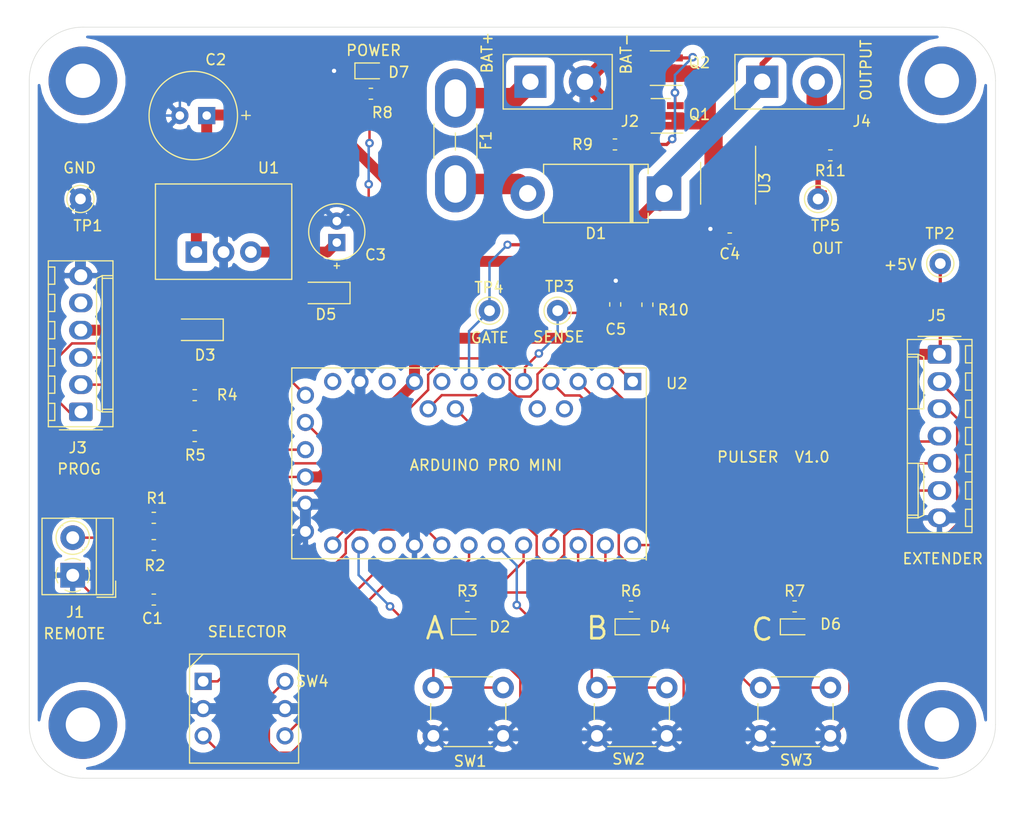
<source format=kicad_pcb>
(kicad_pcb (version 20171130) (host pcbnew "(5.1.6)-1")
  (layers (0 F.Cu signal) (31 B.Cu signal) (34 B.Paste user) (35 F.Paste user) (36 B.SilkS user) (37 F.SilkS user) (38 B.Mask user) (39 F.Mask user) (44 Edge.Cuts user))
  (net 0 "")
  (net 1 /GATE)
  (net 2 GND)
  (net 3 +5V)
  (net 4 "Net-(Q1-Pad1)")
  (net 5 "Net-(D3-Pad2)")
  (net 6 /SENSE)
  (net 7 "Net-(D2-Pad2)")
  (net 8 "Net-(D4-Pad2)")
  (net 9 "Net-(D6-Pad2)")
  (net 10 "Net-(D1-Pad2)")
  (net 11 "Net-(F1-Pad1)")
  (net 12 "Net-(D7-Pad2)")
  (net 13 /LED1)
  (net 14 /LED2)
  (net 15 /LED3)
  (net 16 /ROT2)
  (net 17 /ROT8)
  (net 18 /ROT4)
  (net 19 /ROT1)
  (net 20 /SW1)
  (net 21 /SW2)
  (net 22 /SW3)
  (net 23 /D13)
  (net 24 /D12)
  (net 25 /D11)
  (net 26 /A5)
  (net 27 /A4)
  (net 28 "Net-(C1-Pad2)")
  (net 29 "Net-(J3-Pad3)")
  (net 30 "Net-(J3-Pad2)")
  (net 31 "Net-(J3-Pad1)")
  (net 32 "Net-(R4-Pad1)")
  (net 33 "Net-(R5-Pad1)")
  (net 34 "Net-(R10-Pad2)")
  (net 35 /REMOTE)
  (net 36 "Net-(J4-Pad2)")
  (net 37 /+24V)
  (net 38 /REG_5V)
  (module pulsar:TerminalBlock_bornier-2_P5.08mm (layer F.Cu) (at 106.68 85.09)
    (fp_text reference J2 (at 9.271 3.683) (layer F.SilkS))
    (fp_text value Screw_Terminal_01x02)
    (pad 1 thru_hole rect (at 0 0) (size 3 3) (drill 1.52) (layers *.Cu *.Mask) (net 11 "Net-(F1-Pad1)"))
    (pad 2 thru_hole circle (at 5.08 0) (size 3 3) (drill 1.52) (layers *.Cu *.Mask) (net 2 GND))
  )
  (module pulsar:TerminalBlock_bornier-2_P5.08mm (layer F.Cu) (at 128.27 85.09)
    (fp_text reference J4 (at 9.271 3.683) (layer F.SilkS))
    (fp_text value Screw_Terminal_01x02)
    (pad 1 thru_hole rect (at 0 0) (size 3 3) (drill 1.52) (layers *.Cu *.Mask) (net 37 /+24V))
    (pad 2 thru_hole circle (at 5.08 0) (size 3 3) (drill 1.52) (layers *.Cu *.Mask) (net 36 "Net-(J4-Pad2)"))
  )
  (module Resistor_SMD:R_0603_1608Metric (layer F.Cu) (at 134.62 91.948 180)
    (fp_text reference R11 (at 0 -1.43) (layer F.SilkS))
    (fp_text value 5K)
    (pad 2 smd roundrect (at 0.7875 0 180) (size 0.875 0.95) (layers F.Cu F.Paste F.Mask) (net 37 /+24V))
    (pad 1 smd roundrect (at -0.7875 0 180) (size 0.875 0.95) (layers F.Cu F.Paste F.Mask) (net 36 "Net-(J4-Pad2)"))
  )
  (module Fuse:Fuse_Blade_Mini_directSolder (layer F.Cu) (at 99.695 86.615 270)
    (fp_text reference F1 (at 3.95 -2.85 90) (layer F.SilkS))
    (fp_text value 10A)
    (pad 2 thru_hole oval (at 8 0 270) (size 5.3 3.8) (drill oval 3.5 2) (layers *.Cu *.Mask) (net 10 "Net-(D1-Pad2)"))
    (pad 1 thru_hole oval (at 0 0 270) (size 5.5 3.8) (drill oval 3.5 2) (layers *.Cu *.Mask) (net 11 "Net-(F1-Pad1)"))
  )
  (module pulsar:CP_Radial_D5.0mm_P2.00mm (layer F.Cu) (at 88.646 100.076 90)
    (fp_text reference C3 (at -1.143 3.6068 180) (layer F.SilkS))
    (fp_text value "22u 10V")
    (pad 1 thru_hole rect (at 0 0 90) (size 1.6 1.6) (drill 0.8) (layers *.Cu *.Mask) (net 38 /REG_5V))
    (pad 2 thru_hole circle (at 2 0 90) (size 1.6 1.6) (drill 0.8) (layers *.Cu *.Mask) (net 2 GND))
  )
  (module pulsar:CP_Radial_D8.0mm_P2.50mm (layer F.Cu) (at 76.5302 88.2396 180)
    (fp_text reference C2 (at -0.8382 5.207) (layer F.SilkS))
    (fp_text value "10u 50V")
    (pad 1 thru_hole rect (at 0 0 180) (size 1.6 1.6) (drill 0.8) (layers *.Cu *.Mask) (net 37 /+24V))
    (pad 2 thru_hole circle (at 2.5 0 180) (size 1.6 1.6) (drill 0.8) (layers *.Cu *.Mask) (net 2 GND))
  )
  (module pulsar:MountingHole (layer F.Cu) (at 65 85)
    (fp_text reference H4 hide)
    (fp_text value MountingHole)
    (pad 1 thru_hole circle (at 0 0) (size 6.4 6.4) (drill 3.2) (layers *.Cu *.Mask))
  )
  (module pulsar:MountingHole (layer F.Cu) (at 145 85)
    (fp_text reference H3 hide)
    (fp_text value MountingHole)
    (pad 1 thru_hole circle (at 0 0) (size 6.4 6.4) (drill 3.2) (layers *.Cu *.Mask))
  )
  (module pulsar:MountingHole (layer F.Cu) (at 145 145)
    (fp_text reference H2 hide)
    (fp_text value MountingHole)
    (pad 1 thru_hole circle (at 0 0) (size 6.4 6.4) (drill 3.2) (layers *.Cu *.Mask))
  )
  (module pulsar:MountingHole (layer F.Cu) (at 65 145)
    (fp_text reference H1 hide)
    (fp_text value MountingHole)
    (pad 1 thru_hole circle (at 0 0) (size 6.4 6.4) (drill 3.2) (layers *.Cu *.Mask))
  )
  (module pulsar:ARDUINO_MINI_PRO (layer F.Cu) (at 116.205 113.03 270)
    (fp_text reference U2 (at 0.1778 -4.1148 180) (layer F.SilkS))
    (fp_text value ARDUINO_MINI_PRO)
    (pad 8B thru_hole oval (at 2.54 19.05 270) (size 1.6 1.6) (drill 1) (layers *.Cu *.Mask) (net 26 /A5))
    (pad 7B thru_hole oval (at 2.54 16.51 270) (size 1.6 1.6) (drill 1) (layers *.Cu *.Mask) (net 27 /A4))
    (pad 4B thru_hole oval (at 2.54 8.89 270) (size 1.6 1.6) (drill 1) (layers *.Cu *.Mask))
    (pad 3B thru_hole oval (at 2.54 6.35 270) (size 1.6 1.6) (drill 1) (layers *.Cu *.Mask))
    (pad 16 thru_hole oval (at 8.89 30.48 270) (size 1.6 1.6) (drill 1) (layers *.Cu *.Mask) (net 3 +5V))
    (pad 15 thru_hole oval (at 6.35 30.48 270) (size 1.6 1.6) (drill 1) (layers *.Cu *.Mask) (net 32 "Net-(R4-Pad1)"))
    (pad 30 thru_hole oval (at 15.24 0 270) (size 1.6 1.6) (drill 1) (layers *.Cu *.Mask) (net 15 /LED3))
    (pad 14 thru_hole oval (at 3.81 30.48 270) (size 1.6 1.6) (drill 1) (layers *.Cu *.Mask) (net 33 "Net-(R5-Pad1)"))
    (pad 29 thru_hole oval (at 15.24 2.54 270) (size 1.6 1.6) (drill 1) (layers *.Cu *.Mask) (net 14 /LED2))
    (pad 13 thru_hole oval (at 1.27 30.48 270) (size 1.6 1.6) (drill 1) (layers *.Cu *.Mask) (net 31 "Net-(J3-Pad1)"))
    (pad 28 thru_hole oval (at 15.24 5.08 270) (size 1.6 1.6) (drill 1) (layers *.Cu *.Mask) (net 13 /LED1))
    (pad 12 thru_hole oval (at 0 27.94 270) (size 1.6 1.6) (drill 1) (layers *.Cu *.Mask))
    (pad 27 thru_hole oval (at 15.24 7.62 270) (size 1.6 1.6) (drill 1) (layers *.Cu *.Mask) (net 22 /SW3))
    (pad 11 thru_hole oval (at 0 25.4 270) (size 1.6 1.6) (drill 1) (layers *.Cu *.Mask) (net 2 GND))
    (pad 26 thru_hole oval (at 15.24 10.16 270) (size 1.6 1.6) (drill 1) (layers *.Cu *.Mask) (net 17 /ROT8))
    (pad 10 thru_hole oval (at 0 22.86 270) (size 1.6 1.6) (drill 1) (layers *.Cu *.Mask))
    (pad 25 thru_hole oval (at 15.24 12.7 270) (size 1.6 1.6) (drill 1) (layers *.Cu *.Mask) (net 18 /ROT4))
    (pad 9 thru_hole oval (at 0 20.32 270) (size 1.6 1.6) (drill 1) (layers *.Cu *.Mask) (net 3 +5V))
    (pad 24 thru_hole oval (at 15.24 15.24 270) (size 1.6 1.6) (drill 1) (layers *.Cu *.Mask) (net 16 /ROT2))
    (pad 8 thru_hole oval (at 0 17.78 270) (size 1.6 1.6) (drill 1) (layers *.Cu *.Mask))
    (pad 23 thru_hole oval (at 15.24 17.78 270) (size 1.6 1.6) (drill 1) (layers *.Cu *.Mask) (net 19 /ROT1))
    (pad 7 thru_hole oval (at 0 15.24 270) (size 1.6 1.6) (drill 1) (layers *.Cu *.Mask) (net 1 /GATE))
    (pad 22 thru_hole oval (at 15.24 20.32 270) (size 1.6 1.6) (drill 1) (layers *.Cu *.Mask) (net 2 GND))
    (pad 6 thru_hole oval (at 0 12.7 270) (size 1.6 1.6) (drill 1) (layers *.Cu *.Mask))
    (pad 21 thru_hole oval (at 15.24 22.86 270) (size 1.6 1.6) (drill 1) (layers *.Cu *.Mask))
    (pad 5 thru_hole oval (at 0 10.16 270) (size 1.6 1.6) (drill 1) (layers *.Cu *.Mask) (net 6 /SENSE))
    (pad 20 thru_hole oval (at 15.24 25.4 270) (size 1.6 1.6) (drill 1) (layers *.Cu *.Mask) (net 20 /SW1))
    (pad 4 thru_hole oval (at 0 7.62 270) (size 1.6 1.6) (drill 1) (layers *.Cu *.Mask) (net 23 /D13))
    (pad 19 thru_hole oval (at 15.24 27.94 270) (size 1.6 1.6) (drill 1) (layers *.Cu *.Mask) (net 21 /SW2))
    (pad 3 thru_hole oval (at 0 5.08 270) (size 1.6 1.6) (drill 1) (layers *.Cu *.Mask) (net 24 /D12))
    (pad 18 thru_hole oval (at 13.97 30.48 270) (size 1.6 1.6) (drill 1) (layers *.Cu *.Mask) (net 2 GND))
    (pad 2 thru_hole oval (at 0 2.54 270) (size 1.6 1.6) (drill 1) (layers *.Cu *.Mask) (net 25 /D11))
    (pad 17 thru_hole oval (at 11.43 30.48 270) (size 1.6 1.6) (drill 1) (layers *.Cu *.Mask) (net 2 GND))
    (pad 1 thru_hole rect (at 0 0 270) (size 1.6 1.6) (drill 1) (layers *.Cu *.Mask) (net 35 /REMOTE))
  )
  (module pulsar:DC_DC (layer F.Cu) (at 75.565 100.965)
    (fp_text reference U1 (at 6.731 -7.8486) (layer F.SilkS))
    (fp_text value P78E05-1000)
    (pad 3 thru_hole circle (at 5.08 0) (size 2 2) (drill 1.1) (layers *.Cu *.Mask) (net 38 /REG_5V))
    (pad 2 thru_hole circle (at 2.54 0) (size 2 2) (drill 1.1) (layers *.Cu *.Mask) (net 2 GND))
    (pad 1 thru_hole rect (at 0 0) (size 2 2) (drill 1.1) (layers *.Cu *.Mask) (net 37 /+24V))
  )
  (module Diode_THT:D_DO-201AD_P12.70mm_Horizontal (layer F.Cu) (at 119.126 95.504 180)
    (fp_text reference D1 (at 6.35 -3.72) (layer F.SilkS))
    (fp_text value S10ML-TP)
    (pad 2 thru_hole oval (at 12.7 0 180) (size 3.2 3.2) (drill 1.6) (layers *.Cu *.Mask) (net 10 "Net-(D1-Pad2)"))
    (pad 1 thru_hole rect (at 0 0 180) (size 3.2 3.2) (drill 1.6) (layers *.Cu *.Mask) (net 37 /+24V))
  )
  (module Package_SO:SOIC-8_3.9x4.9mm_P1.27mm (layer F.Cu) (at 125.095 94.55 270)
    (fp_text reference U3 (at 0 -3.4 90) (layer F.SilkS))
    (fp_text value ACS723LLCTR-10AU-T)
    (pad 8 smd roundrect (at 2.475 -1.905 270) (size 1.95 0.6) (layers F.Cu F.Paste F.Mask) (net 3 +5V))
    (pad 7 smd roundrect (at 2.475 -0.635 270) (size 1.95 0.6) (layers F.Cu F.Paste F.Mask) (net 34 "Net-(R10-Pad2)"))
    (pad 6 smd roundrect (at 2.475 0.635 270) (size 1.95 0.6) (layers F.Cu F.Paste F.Mask) (net 3 +5V))
    (pad 5 smd roundrect (at 2.475 1.905 270) (size 1.95 0.6) (layers F.Cu F.Paste F.Mask) (net 2 GND))
    (pad 4 smd roundrect (at -2.475 1.905 270) (size 1.95 0.6) (layers F.Cu F.Paste F.Mask) (net 4 "Net-(Q1-Pad1)"))
    (pad 3 smd roundrect (at -2.475 0.635 270) (size 1.95 0.6) (layers F.Cu F.Paste F.Mask) (net 4 "Net-(Q1-Pad1)"))
    (pad 2 smd roundrect (at -2.475 -0.635 270) (size 1.95 0.6) (layers F.Cu F.Paste F.Mask) (net 36 "Net-(J4-Pad2)"))
    (pad 1 smd roundrect (at -2.475 -1.905 270) (size 1.95 0.6) (layers F.Cu F.Paste F.Mask) (net 36 "Net-(J4-Pad2)"))
  )
  (module Connector_Molex:Molex_KK-254_AE-6410-06A_1x06_P2.54mm_Vertical (layer F.Cu) (at 64.81 115.86 90)
    (fp_text reference J3 (at -3.3422 -0.294 180) (layer F.SilkS))
    (fp_text value Conn_01x06_Male)
    (pad 6 thru_hole oval (at 12.7 0 90) (size 1.74 2.19) (drill 1.19) (layers *.Cu *.Mask) (net 2 GND))
    (pad 5 thru_hole oval (at 10.16 0 90) (size 1.74 2.19) (drill 1.19) (layers *.Cu *.Mask))
    (pad 4 thru_hole oval (at 7.62 0 90) (size 1.74 2.19) (drill 1.19) (layers *.Cu *.Mask) (net 5 "Net-(D3-Pad2)"))
    (pad 3 thru_hole oval (at 5.08 0 90) (size 1.74 2.19) (drill 1.19) (layers *.Cu *.Mask) (net 29 "Net-(J3-Pad3)"))
    (pad 2 thru_hole oval (at 2.54 0 90) (size 1.74 2.19) (drill 1.19) (layers *.Cu *.Mask) (net 30 "Net-(J3-Pad2)"))
    (pad 1 thru_hole roundrect (at 0 0 90) (size 1.74 2.19) (drill 1.19) (layers *.Cu *.Mask) (roundrect_rratio 0.143678) (net 31 "Net-(J3-Pad1)"))
  )
  (module pulsar:TERMINAL_SMALL (layer F.Cu) (at 64.05 131.08 90)
    (fp_text reference J1 (at -3.4384 0.2374) (layer F.SilkS))
    (fp_text value Screw_Terminal_01x02)
    (pad 2 thru_hole circle (at 3.5 0 90) (size 2.3 2.3) (drill 1.2) (layers *.Cu *.Mask) (net 28 "Net-(C1-Pad2)"))
    (pad 1 thru_hole rect (at 0 0 90) (size 2.3 2.3) (drill 1.2) (layers *.Cu *.Mask) (net 2 GND))
  )
  (module Capacitor_SMD:C_0603_1608Metric (layer F.Cu) (at 125.2475 99.695 180)
    (fp_text reference C4 (at 0 -1.43) (layer F.SilkS))
    (fp_text value C_Small)
    (pad 2 smd roundrect (at 0.7875 0 180) (size 0.875 0.95) (layers F.Cu F.Paste F.Mask) (net 2 GND))
    (pad 1 smd roundrect (at -0.7875 0 180) (size 0.875 0.95) (layers F.Cu F.Paste F.Mask) (net 3 +5V))
  )
  (module Capacitor_SMD:C_0603_1608Metric (layer F.Cu) (at 71.6025 133.35)
    (fp_text reference C1 (at -0.1269 1.7526) (layer F.SilkS))
    (fp_text value 1u)
    (pad 2 smd roundrect (at 0.7875 0) (size 0.875 0.95) (layers F.Cu F.Paste F.Mask) (net 28 "Net-(C1-Pad2)"))
    (pad 1 smd roundrect (at -0.7875 0) (size 0.875 0.95) (layers F.Cu F.Paste F.Mask) (net 2 GND))
  )
  (module Connector_Molex:Molex_KK-254_AE-6410-07A_1x07_P2.54mm_Vertical (layer F.Cu) (at 144.78 110.49 270)
    (fp_text reference J5 (at -3.6068 0.254 180) (layer F.SilkS))
    (fp_text value Conn_01x07_Male)
    (pad 7 thru_hole oval (at 15.24 0 270) (size 1.74 2.19) (drill 1.19) (layers *.Cu *.Mask) (net 2 GND))
    (pad 6 thru_hole oval (at 12.7 0 270) (size 1.74 2.19) (drill 1.19) (layers *.Cu *.Mask) (net 23 /D13))
    (pad 5 thru_hole oval (at 10.16 0 270) (size 1.74 2.19) (drill 1.19) (layers *.Cu *.Mask) (net 24 /D12))
    (pad 4 thru_hole oval (at 7.62 0 270) (size 1.74 2.19) (drill 1.19) (layers *.Cu *.Mask) (net 25 /D11))
    (pad 3 thru_hole oval (at 5.08 0 270) (size 1.74 2.19) (drill 1.19) (layers *.Cu *.Mask) (net 26 /A5))
    (pad 2 thru_hole oval (at 2.54 0 270) (size 1.74 2.19) (drill 1.19) (layers *.Cu *.Mask) (net 27 /A4))
    (pad 1 thru_hole roundrect (at 0 0 270) (size 1.74 2.19) (drill 1.19) (layers *.Cu *.Mask) (roundrect_rratio 0.143678) (net 3 +5V))
  )
  (module Button_Switch_THT:SW_PUSH_6mm (layer F.Cu) (at 134.62 146.05 180)
    (fp_text reference SW3 (at 3.175 -2.2606) (layer F.SilkS))
    (fp_text value SW_Push)
    (pad 1 thru_hole circle (at 6.5 0 270) (size 2 2) (drill 1.1) (layers *.Cu *.Mask) (net 2 GND))
    (pad 2 thru_hole circle (at 6.5 4.5 270) (size 2 2) (drill 1.1) (layers *.Cu *.Mask) (net 22 /SW3))
    (pad 1 thru_hole circle (at 0 0 270) (size 2 2) (drill 1.1) (layers *.Cu *.Mask) (net 2 GND))
    (pad 2 thru_hole circle (at 0 4.5 270) (size 2 2) (drill 1.1) (layers *.Cu *.Mask) (net 22 /SW3))
  )
  (module Button_Switch_THT:SW_PUSH_6mm (layer F.Cu) (at 119.38 146.05 180)
    (fp_text reference SW2 (at 3.556 -2.159) (layer F.SilkS))
    (fp_text value SW_Push)
    (pad 1 thru_hole circle (at 6.5 0 270) (size 2 2) (drill 1.1) (layers *.Cu *.Mask) (net 2 GND))
    (pad 2 thru_hole circle (at 6.5 4.5 270) (size 2 2) (drill 1.1) (layers *.Cu *.Mask) (net 21 /SW2))
    (pad 1 thru_hole circle (at 0 0 270) (size 2 2) (drill 1.1) (layers *.Cu *.Mask) (net 2 GND))
    (pad 2 thru_hole circle (at 0 4.5 270) (size 2 2) (drill 1.1) (layers *.Cu *.Mask) (net 21 /SW2))
  )
  (module Button_Switch_THT:SW_PUSH_6mm (layer F.Cu) (at 104.14 146.05 180)
    (fp_text reference SW1 (at 3.0734 -2.3622) (layer F.SilkS))
    (fp_text value SW_Push)
    (pad 1 thru_hole circle (at 6.5 0 270) (size 2 2) (drill 1.1) (layers *.Cu *.Mask) (net 2 GND))
    (pad 2 thru_hole circle (at 6.5 4.5 270) (size 2 2) (drill 1.1) (layers *.Cu *.Mask) (net 20 /SW1))
    (pad 1 thru_hole circle (at 0 0 270) (size 2 2) (drill 1.1) (layers *.Cu *.Mask) (net 2 GND))
    (pad 2 thru_hole circle (at 0 4.5 270) (size 2 2) (drill 1.1) (layers *.Cu *.Mask) (net 20 /SW1))
  )
  (module pulsar:ROTARY2 (layer F.Cu) (at 76.2 140.97)
    (fp_text reference SW4 (at 10.16 0) (layer F.SilkS))
    (fp_text value SW_Coded_SH-7010)
    (pad 2 thru_hole oval (at 7.62 5.08) (size 1.6 1.6) (drill 1) (layers *.Cu *.Mask) (net 16 /ROT2))
    (pad C thru_hole oval (at 7.62 2.54) (size 1.6 1.6) (drill 1) (layers *.Cu *.Mask) (net 2 GND))
    (pad 8 thru_hole oval (at 7.62 0) (size 1.6 1.6) (drill 1) (layers *.Cu *.Mask) (net 17 /ROT8))
    (pad 4 thru_hole oval (at 0 5.08) (size 1.6 1.6) (drill 1) (layers *.Cu *.Mask) (net 18 /ROT4))
    (pad C thru_hole oval (at 0 2.54) (size 1.6 1.6) (drill 1) (layers *.Cu *.Mask) (net 2 GND))
    (pad 1 thru_hole rect (at 0 0) (size 1.6 1.6) (drill 1) (layers *.Cu *.Mask) (net 19 /ROT1))
  )
  (module Resistor_SMD:R_0603_1608Metric (layer F.Cu) (at 117.5766 105.8673 90)
    (fp_text reference R10 (at -0.4825 2.413 180) (layer F.SilkS))
    (fp_text value R_Small_US)
    (pad 2 smd roundrect (at 0.7875 0 90) (size 0.875 0.95) (layers F.Cu F.Paste F.Mask) (net 34 "Net-(R10-Pad2)"))
    (pad 1 smd roundrect (at -0.7875 0 90) (size 0.875 0.95) (layers F.Cu F.Paste F.Mask) (net 6 /SENSE))
  )
  (module Resistor_SMD:R_0603_1608Metric (layer F.Cu) (at 114.554 90.932)
    (fp_text reference R9 (at -3.0225 0) (layer F.SilkS))
    (fp_text value 5K)
    (pad 2 smd roundrect (at 0.7875 0) (size 0.875 0.95) (layers F.Cu F.Paste F.Mask) (net 1 /GATE))
    (pad 1 smd roundrect (at -0.7875 0) (size 0.875 0.95) (layers F.Cu F.Paste F.Mask) (net 2 GND))
  )
  (module Resistor_SMD:R_0603_1608Metric (layer F.Cu) (at 91.821 86.2076)
    (fp_text reference R8 (at 1.0668 1.7526) (layer F.SilkS))
    (fp_text value 2K)
    (pad 2 smd roundrect (at 0.7875 0) (size 0.875 0.95) (layers F.Cu F.Paste F.Mask) (net 12 "Net-(D7-Pad2)"))
    (pad 1 smd roundrect (at -0.7875 0) (size 0.875 0.95) (layers F.Cu F.Paste F.Mask) (net 3 +5V))
  )
  (module Package_TO_SOT_SMD:SOT-23-6_Handsoldering (layer F.Cu) (at 118.825 88.265 180)
    (fp_text reference Q2 (at -3.603 4.953) (layer F.SilkS))
    (fp_text value DMN1019UVT-7)
    (pad 5 smd rect (at 1.35 0 180) (size 1.56 0.65) (layers F.Cu F.Paste F.Mask) (net 4 "Net-(Q1-Pad1)"))
    (pad 6 smd rect (at 1.35 -0.95 180) (size 1.56 0.65) (layers F.Cu F.Paste F.Mask) (net 4 "Net-(Q1-Pad1)"))
    (pad 4 smd rect (at 1.35 0.95 180) (size 1.56 0.65) (layers F.Cu F.Paste F.Mask) (net 2 GND))
    (pad 3 smd rect (at -1.35 0.95 180) (size 1.56 0.65) (layers F.Cu F.Paste F.Mask) (net 1 /GATE))
    (pad 2 smd rect (at -1.35 0 180) (size 1.56 0.65) (layers F.Cu F.Paste F.Mask) (net 4 "Net-(Q1-Pad1)"))
    (pad 1 smd rect (at -1.35 -0.95 180) (size 1.56 0.65) (layers F.Cu F.Paste F.Mask) (net 4 "Net-(Q1-Pad1)"))
  )
  (module LED_SMD:LED_0603_1608Metric (layer F.Cu) (at 91.821 84.074)
    (fp_text reference D7 (at 2.5909 0.127) (layer F.SilkS))
    (fp_text value LED)
    (pad 2 smd roundrect (at 0.7875 0) (size 0.875 0.95) (layers F.Cu F.Paste F.Mask) (net 12 "Net-(D7-Pad2)"))
    (pad 1 smd roundrect (at -0.7875 0) (size 0.875 0.95) (layers F.Cu F.Paste F.Mask) (net 2 GND))
  )
  (module pulsar:Testpoint (layer F.Cu) (at 133.477 96.012)
    (fp_text reference TP5 (at 0.7 2.5) (layer F.SilkS))
    (fp_text value TestPoint)
    (pad 1 thru_hole circle (at 0 0) (size 2 2) (drill 1) (layers *.Cu *.Mask) (net 36 "Net-(J4-Pad2)"))
  )
  (module Package_TO_SOT_SMD:SOT-23-6_Handsoldering (layer F.Cu) (at 118.745 83.82 180)
    (fp_text reference Q1 (at -3.683 -4.318) (layer F.SilkS))
    (fp_text value DMN1019UVT-7)
    (pad 5 smd rect (at 1.35 0 180) (size 1.56 0.65) (layers F.Cu F.Paste F.Mask) (net 4 "Net-(Q1-Pad1)"))
    (pad 6 smd rect (at 1.35 -0.95 180) (size 1.56 0.65) (layers F.Cu F.Paste F.Mask) (net 4 "Net-(Q1-Pad1)"))
    (pad 4 smd rect (at 1.35 0.95 180) (size 1.56 0.65) (layers F.Cu F.Paste F.Mask) (net 2 GND))
    (pad 3 smd rect (at -1.35 0.95 180) (size 1.56 0.65) (layers F.Cu F.Paste F.Mask) (net 1 /GATE))
    (pad 2 smd rect (at -1.35 0 180) (size 1.56 0.65) (layers F.Cu F.Paste F.Mask) (net 4 "Net-(Q1-Pad1)"))
    (pad 1 smd rect (at -1.35 -0.95 180) (size 1.56 0.65) (layers F.Cu F.Paste F.Mask) (net 4 "Net-(Q1-Pad1)"))
  )
  (module pulsar:Testpoint (layer F.Cu) (at 102.87 106.426)
    (fp_text reference TP4 (at -0.0508 -2.159) (layer F.SilkS))
    (fp_text value TestPoint)
    (pad 1 thru_hole circle (at 0 0) (size 2 2) (drill 1) (layers *.Cu *.Mask) (net 1 /GATE))
  )
  (module pulsar:Testpoint (layer F.Cu) (at 144.8562 102.0318)
    (fp_text reference TP2 (at -0.0254 -2.794) (layer F.SilkS))
    (fp_text value TestPoint)
    (pad 1 thru_hole circle (at 0 0) (size 2 2) (drill 1) (layers *.Cu *.Mask) (net 3 +5V))
  )
  (module pulsar:Testpoint (layer F.Cu) (at 64.77 96.012)
    (fp_text reference TP1 (at 0.7 2.5) (layer F.SilkS))
    (fp_text value TestPoint)
    (pad 1 thru_hole circle (at 0 0) (size 2 2) (drill 1) (layers *.Cu *.Mask) (net 2 GND))
  )
  (module Resistor_SMD:R_0603_1608Metric (layer F.Cu) (at 116.0525 133.985)
    (fp_text reference R6 (at 0 -1.43) (layer F.SilkS))
    (fp_text value 2K)
    (pad 2 smd roundrect (at 0.7875 0) (size 0.875 0.95) (layers F.Cu F.Paste F.Mask) (net 8 "Net-(D4-Pad2)"))
    (pad 1 smd roundrect (at -0.7875 0) (size 0.875 0.95) (layers F.Cu F.Paste F.Mask) (net 14 /LED2))
  )
  (module Resistor_SMD:R_0603_1608Metric (layer F.Cu) (at 75.4125 114.3 180)
    (fp_text reference R4 (at -3.0227 0.0254) (layer F.SilkS))
    (fp_text value 5K)
    (pad 2 smd roundrect (at 0.7875 0 180) (size 0.875 0.95) (layers F.Cu F.Paste F.Mask) (net 29 "Net-(J3-Pad3)"))
    (pad 1 smd roundrect (at -0.7875 0 180) (size 0.875 0.95) (layers F.Cu F.Paste F.Mask) (net 32 "Net-(R4-Pad1)"))
  )
  (module Resistor_SMD:R_0603_1608Metric (layer F.Cu) (at 71.6025 128.27)
    (fp_text reference R2 (at 0.1017 1.905) (layer F.SilkS))
    (fp_text value 5K)
    (pad 2 smd roundrect (at 0.7875 0) (size 0.875 0.95) (layers F.Cu F.Paste F.Mask) (net 35 /REMOTE))
    (pad 1 smd roundrect (at -0.7875 0) (size 0.875 0.95) (layers F.Cu F.Paste F.Mask) (net 28 "Net-(C1-Pad2)"))
  )
  (module Resistor_SMD:R_0603_1608Metric (layer F.Cu) (at 131.2925 133.985)
    (fp_text reference R7 (at 0 -1.43) (layer F.SilkS))
    (fp_text value 2K)
    (pad 2 smd roundrect (at 0.7875 0) (size 0.875 0.95) (layers F.Cu F.Paste F.Mask) (net 9 "Net-(D6-Pad2)"))
    (pad 1 smd roundrect (at -0.7875 0) (size 0.875 0.95) (layers F.Cu F.Paste F.Mask) (net 15 /LED3))
  )
  (module Resistor_SMD:R_0603_1608Metric (layer F.Cu) (at 71.6025 125.73)
    (fp_text reference R1 (at 0.2795 -1.8288) (layer F.SilkS))
    (fp_text value 500R)
    (pad 2 smd roundrect (at 0.7875 0) (size 0.875 0.95) (layers F.Cu F.Paste F.Mask) (net 3 +5V))
    (pad 1 smd roundrect (at -0.7875 0) (size 0.875 0.95) (layers F.Cu F.Paste F.Mask) (net 28 "Net-(C1-Pad2)"))
  )
  (module Resistor_SMD:R_0603_1608Metric (layer F.Cu) (at 75.4125 118.11 180)
    (fp_text reference R5 (at -0.0509 -1.778) (layer F.SilkS))
    (fp_text value 5K)
    (pad 2 smd roundrect (at 0.7875 0 180) (size 0.875 0.95) (layers F.Cu F.Paste F.Mask) (net 30 "Net-(J3-Pad2)"))
    (pad 1 smd roundrect (at -0.7875 0 180) (size 0.875 0.95) (layers F.Cu F.Paste F.Mask) (net 33 "Net-(R5-Pad1)"))
  )
  (module LED_SMD:LED_0603_1608Metric (layer F.Cu) (at 131.445 135.89)
    (fp_text reference D6 (at 3.2004 -0.254) (layer F.SilkS))
    (fp_text value LED hide)
    (pad 2 smd roundrect (at 0.7875 0) (size 0.875 0.95) (layers F.Cu F.Paste F.Mask) (net 9 "Net-(D6-Pad2)"))
    (pad 1 smd roundrect (at -0.7875 0) (size 0.875 0.95) (layers F.Cu F.Paste F.Mask) (net 2 GND))
  )
  (module LED_SMD:LED_0603_1608Metric (layer F.Cu) (at 116.0525 135.89)
    (fp_text reference D4 (at 2.6925 0) (layer F.SilkS))
    (fp_text value LED hide)
    (pad 2 smd roundrect (at 0.7875 0) (size 0.875 0.95) (layers F.Cu F.Paste F.Mask) (net 8 "Net-(D4-Pad2)"))
    (pad 1 smd roundrect (at -0.7875 0) (size 0.875 0.95) (layers F.Cu F.Paste F.Mask) (net 2 GND))
  )
  (module LED_SMD:LED_0603_1608Metric (layer F.Cu) (at 100.8125 135.89)
    (fp_text reference D2 (at 3.0225 0) (layer F.SilkS))
    (fp_text value LED hide)
    (pad 2 smd roundrect (at 0.7875 0) (size 0.875 0.95) (layers F.Cu F.Paste F.Mask) (net 7 "Net-(D2-Pad2)"))
    (pad 1 smd roundrect (at -0.7875 0) (size 0.875 0.95) (layers F.Cu F.Paste F.Mask) (net 2 GND))
  )
  (module Capacitor_SMD:C_0603_1608Metric (layer F.Cu) (at 114.5794 105.8418 90)
    (fp_text reference C5 (at -2.3114 0.0508 180) (layer F.SilkS))
    (fp_text value C_Small)
    (pad 2 smd roundrect (at 0.7875 0 90) (size 0.875 0.95) (layers F.Cu F.Paste F.Mask) (net 2 GND))
    (pad 1 smd roundrect (at -0.7875 0 90) (size 0.875 0.95) (layers F.Cu F.Paste F.Mask) (net 6 /SENSE))
  )
  (module Diode_SMD:D_SOD-123 (layer F.Cu) (at 87.63 104.775 180)
    (fp_text reference D5 (at 0 -2) (layer F.SilkS))
    (fp_text value Z3SMCxxx)
    (pad 2 smd rect (at 1.65 0 180) (size 0.9 1.2) (layers F.Cu F.Paste F.Mask) (net 38 /REG_5V))
    (pad 1 smd rect (at -1.65 0 180) (size 0.9 1.2) (layers F.Cu F.Paste F.Mask) (net 3 +5V))
  )
  (module Diode_SMD:D_SOD-123 (layer F.Cu) (at 75.82 108.204 180)
    (fp_text reference D3 (at -0.5578 -2.3622) (layer F.SilkS))
    (fp_text value Z3SMCxxx)
    (pad 2 smd rect (at 1.65 0 180) (size 0.9 1.2) (layers F.Cu F.Paste F.Mask) (net 5 "Net-(D3-Pad2)"))
    (pad 1 smd rect (at -1.65 0 180) (size 0.9 1.2) (layers F.Cu F.Paste F.Mask) (net 3 +5V))
  )
  (module pulsar:Testpoint (layer F.Cu) (at 109.22 106.426)
    (fp_text reference TP3 (at 0.1778 -2.2606) (layer F.SilkS))
    (fp_text value TestPoint)
    (pad 1 thru_hole circle (at 0 0) (size 2 2) (drill 1) (layers *.Cu *.Mask) (net 6 /SENSE))
  )
  (module Resistor_SMD:R_0603_1608Metric (layer F.Cu) (at 100.8125 133.985)
    (fp_text reference R3 (at 0 -1.43) (layer F.SilkS))
    (fp_text value 2K)
    (pad 2 smd roundrect (at 0.7875 0) (size 0.875 0.95) (layers F.Cu F.Paste F.Mask) (net 7 "Net-(D2-Pad2)"))
    (pad 1 smd roundrect (at -0.7875 0) (size 0.875 0.95) (layers F.Cu F.Paste F.Mask) (net 13 /LED1))
  )
  (gr_text GND (at 64.6938 93.1164) (layer F.SilkS) (effects (font (size 1 1))))
  (gr_text "PULSER  V1.0" (at 129.3114 120.0658) (layer F.SilkS) (effects (font (size 1 1))))
  (gr_text EXTENDER (at 145.0848 129.54) (layer F.SilkS) (effects (font (size 1 1))))
  (gr_text C (at 128.27 136.144) (layer F.SilkS) (effects (font (size 2.032 2.032) (thickness 0.254))))
  (gr_text B (at 112.903 136.017) (layer F.SilkS) (effects (font (size 2.032 2.032) (thickness 0.254))))
  (gr_text A (at 97.79 136.017) (layer F.SilkS) (effects (font (size 2.032 2.032) (thickness 0.254))))
  (gr_text SELECTOR (at 80.3148 136.3472) (layer F.SilkS) (effects (font (size 1 1))))
  (gr_text REMOTE (at 64.2112 136.525) (layer F.SilkS) (effects (font (size 1 1))))
  (gr_text PROG (at 64.643 121.1834) (layer F.SilkS) (effects (font (size 1 1))))
  (gr_text "ARDUINO PRO MINI" (at 102.5398 120.8278) (layer F.SilkS) (effects (font (size 1 1))))
  (gr_text GATE (at 102.8954 108.9406) (layer F.SilkS) (effects (font (size 1 1))))
  (gr_text SENSE (at 109.3216 108.8644) (layer F.SilkS) (effects (font (size 1 1))))
  (gr_text +5V (at 141.1224 102.1334) (layer F.SilkS) (effects (font (size 1 1))))
  (gr_text OUT (at 134.3406 100.6094) (layer F.SilkS) (effects (font (size 1 1))))
  (gr_text OUTPUT (at 137.9474 83.9978 90) (layer F.SilkS) (effects (font (size 1 1))))
  (gr_text BAT- (at 115.5954 82.4738 90) (layer F.SilkS) (effects (font (size 1 1))))
  (gr_text BAT+ (at 102.6414 82.3722 90) (layer F.SilkS) (effects (font (size 1 1))))
  (gr_text POWER (at 92.075 82.169) (layer F.SilkS) (effects (font (size 1 1))))
  (gr_arc (start 65 85) (end 65 80) (angle -90) (layer Edge.Cuts) (width 0.05))
  (gr_arc (start 145 85) (end 150 85) (angle -90) (layer Edge.Cuts) (width 0.05))
  (gr_arc (start 145 145) (end 145 150) (angle -90) (layer Edge.Cuts) (width 0.05))
  (gr_arc (start 65 145) (end 60 145) (angle -90) (layer Edge.Cuts) (width 0.05))
  (gr_line (start 60 85) (end 60 145) (layer Edge.Cuts) (width 0.05))
  (gr_line (start 145 80) (end 65 80) (layer Edge.Cuts) (width 0.05))
  (gr_line (start 150 145) (end 150 85) (layer Edge.Cuts) (width 0.05))
  (gr_line (start 65 150) (end 145 150) (layer Edge.Cuts) (width 0.05))
  (segment (start 120.095 82.87) (end 120.095 82.63) (width 0.25) (layer F.Cu) (net 1))
  (segment (start 120.095 82.87) (end 119.7 82.87) (width 0.25) (layer F.Cu) (net 1))
  (segment (start 120.175 87.315) (end 119.7 87.315) (width 0.25) (layer F.Cu) (net 1))
  (segment (start 120.095 82.87) (end 119.827 82.87) (width 0.2286) (layer F.Cu) (net 1))
  (segment (start 120.175 87.315) (end 119.827 87.315) (width 0.2286) (layer F.Cu) (net 1))
  (segment (start 100.965 108.331) (end 102.87 106.426) (width 0.2286) (layer B.Cu) (net 1))
  (segment (start 100.965 113.03) (end 100.965 108.331) (width 0.2286) (layer B.Cu) (net 1))
  (segment (start 115.3415 91.877115) (end 106.939415 100.2792) (width 0.3048) (layer F.Cu) (net 1))
  (segment (start 106.939415 100.2792) (end 104.5464 100.2792) (width 0.3048) (layer F.Cu) (net 1))
  (segment (start 102.87 101.9556) (end 104.5464 100.2792) (width 0.2286) (layer B.Cu) (net 1))
  (via (at 104.5464 100.2792) (size 0.762) (drill 0.4) (layers F.Cu B.Cu) (net 1))
  (segment (start 102.87 106.426) (end 102.87 101.9556) (width 0.2286) (layer B.Cu) (net 1))
  (segment (start 115.3415 90.932) (end 115.3415 91.877115) (width 0.3048) (layer F.Cu) (net 1))
  (via (at 121.792998 82.804) (size 0.8) (drill 0.4) (layers F.Cu B.Cu) (net 1))
  (segment (start 119.827 82.87) (end 121.726998 82.87) (width 0.3048) (layer F.Cu) (net 1))
  (segment (start 121.726998 82.87) (end 121.792998 82.804) (width 0.3048) (layer F.Cu) (net 1))
  (via (at 120.142003 86.105997) (size 0.8) (drill 0.4) (layers F.Cu B.Cu) (net 1))
  (segment (start 120.175 87.315) (end 120.175 86.138994) (width 0.2286) (layer F.Cu) (net 1))
  (segment (start 120.175 86.138994) (end 120.142003 86.105997) (width 0.2286) (layer F.Cu) (net 1))
  (segment (start 120.142003 84.454995) (end 120.142003 86.105997) (width 0.2286) (layer B.Cu) (net 1))
  (segment (start 121.792998 82.804) (end 120.142003 84.454995) (width 0.2286) (layer B.Cu) (net 1))
  (segment (start 120.142003 90.169993) (end 119.887996 90.424) (width 0.2286) (layer B.Cu) (net 1))
  (segment (start 115.3415 90.932) (end 119.379996 90.932) (width 0.3048) (layer F.Cu) (net 1))
  (segment (start 120.142003 86.105997) (end 120.142003 90.169993) (width 0.2286) (layer B.Cu) (net 1))
  (segment (start 119.379996 90.932) (end 119.887996 90.424) (width 0.3048) (layer F.Cu) (net 1))
  (via (at 119.887996 90.424) (size 0.8) (drill 0.4) (layers F.Cu B.Cu) (net 1))
  (segment (start 114.2746 82.5754) (end 111.76 85.09) (width 1.27) (layer F.Cu) (net 2))
  (segment (start 117.5766 82.5754) (end 114.2746 82.5754) (width 1.27) (layer F.Cu) (net 2))
  (segment (start 113.7158 87.0458) (end 111.76 85.09) (width 1.27) (layer F.Cu) (net 2))
  (segment (start 117.6782 87.0458) (end 113.7158 87.0458) (width 1.27) (layer F.Cu) (net 2))
  (segment (start 123.19 98.425) (end 124.3965 99.6315) (width 0.3048) (layer F.Cu) (net 2))
  (segment (start 123.19 97.025) (end 123.19 98.425) (width 0.3048) (layer F.Cu) (net 2))
  (segment (start 64.77 103.12) (end 64.81 103.16) (width 1.016) (layer B.Cu) (net 2))
  (segment (start 85.725 127) (end 85.725 124.46) (width 1.016) (layer B.Cu) (net 2))
  (segment (start 66.32 133.35) (end 64.05 131.08) (width 0.2286) (layer F.Cu) (net 2))
  (segment (start 70.815 133.35) (end 66.32 133.35) (width 0.2286) (layer F.Cu) (net 2))
  (segment (start 124.3965 99.6315) (end 124.46 99.695) (width 0.3048) (layer F.Cu) (net 2))
  (segment (start 123.187 97.028) (end 123.19 97.025) (width 0.2286) (layer F.Cu) (net 2))
  (segment (start 113.741 87.071) (end 113.7158 87.0458) (width 0.2286) (layer F.Cu) (net 2))
  (segment (start 120.9548 144.4752) (end 119.38 146.05) (width 0.2286) (layer F.Cu) (net 2))
  (segment (start 120.9548 140.5636) (end 120.9548 144.4752) (width 0.2286) (layer F.Cu) (net 2))
  (segment (start 119.3546 138.9634) (end 120.9548 140.5636) (width 0.2286) (layer F.Cu) (net 2))
  (segment (start 115.265 137.16) (end 117.0684 138.9634) (width 0.2286) (layer F.Cu) (net 2))
  (segment (start 117.0684 138.9634) (end 119.3546 138.9634) (width 0.2286) (layer F.Cu) (net 2))
  (segment (start 136.398 144.526) (end 134.874 146.05) (width 0.2286) (layer F.Cu) (net 2))
  (segment (start 130.6575 137.16) (end 130.6575 137.2615) (width 0.2286) (layer F.Cu) (net 2))
  (segment (start 130.6575 137.2615) (end 132.842 139.446) (width 0.2286) (layer F.Cu) (net 2))
  (segment (start 132.842 139.446) (end 135.128 139.446) (width 0.2286) (layer F.Cu) (net 2))
  (segment (start 134.874 146.05) (end 134.62 146.05) (width 0.2286) (layer F.Cu) (net 2))
  (segment (start 135.128 139.446) (end 136.398 140.716) (width 0.2286) (layer F.Cu) (net 2))
  (segment (start 136.398 140.716) (end 136.398 144.526) (width 0.2286) (layer F.Cu) (net 2))
  (segment (start 113.741 90.9065) (end 113.741 87.071) (width 0.508) (layer F.Cu) (net 2))
  (segment (start 113.7665 90.932) (end 113.741 90.9065) (width 0.508) (layer F.Cu) (net 2))
  (segment (start 105.7402 144.4498) (end 104.14 146.05) (width 0.2286) (layer F.Cu) (net 2))
  (segment (start 105.7402 140.7414) (end 105.7402 144.4498) (width 0.2286) (layer F.Cu) (net 2))
  (segment (start 104.1908 139.192) (end 105.7402 140.7414) (width 0.2286) (layer F.Cu) (net 2))
  (segment (start 100.025 137.16) (end 102.057 139.192) (width 0.2286) (layer F.Cu) (net 2))
  (segment (start 102.057 139.192) (end 104.1908 139.192) (width 0.2286) (layer F.Cu) (net 2))
  (segment (start 100.025 137.16) (end 100.025 135.89) (width 0.2286) (layer F.Cu) (net 2))
  (segment (start 115.265 137.16) (end 115.265 135.89) (width 0.2286) (layer F.Cu) (net 2))
  (segment (start 130.6575 137.2615) (end 130.6575 135.89) (width 0.2286) (layer F.Cu) (net 2))
  (segment (start 134.62 146.05) (end 97.64 146.05) (width 1.016) (layer B.Cu) (net 2))
  (segment (start 95.1 143.51) (end 97.64 146.05) (width 1.016) (layer B.Cu) (net 2))
  (segment (start 83.82 143.51) (end 95.1 143.51) (width 1.016) (layer B.Cu) (net 2))
  (segment (start 76.2 143.51) (end 83.82 143.51) (width 1.016) (layer B.Cu) (net 2))
  (segment (start 80.248 131.08) (end 81.645 131.08) (width 1.016) (layer B.Cu) (net 2))
  (segment (start 72.136 139.192) (end 80.248 131.08) (width 1.016) (layer B.Cu) (net 2))
  (segment (start 81.645 131.08) (end 85.725 127) (width 1.016) (layer B.Cu) (net 2))
  (segment (start 72.136 140.57737) (end 72.136 139.192) (width 1.016) (layer B.Cu) (net 2))
  (segment (start 75.06863 143.51) (end 72.136 140.57737) (width 1.016) (layer B.Cu) (net 2))
  (segment (start 76.2 143.51) (end 75.06863 143.51) (width 1.016) (layer B.Cu) (net 2))
  (segment (start 64.05 131.08) (end 80.248 131.08) (width 1.016) (layer B.Cu) (net 2))
  (via (at 88.392 84.074) (size 0.8) (drill 0.4) (layers F.Cu B.Cu) (net 2))
  (segment (start 76.835 84.074) (end 88.392 84.074) (width 0.2286) (layer B.Cu) (net 2))
  (segment (start 74.0302 88.2396) (end 74.0302 86.8788) (width 0.2286) (layer B.Cu) (net 2))
  (segment (start 74.0302 86.8788) (end 76.835 84.074) (width 0.2286) (layer B.Cu) (net 2))
  (segment (start 91.0335 84.074) (end 88.392 84.074) (width 0.2286) (layer F.Cu) (net 2))
  (segment (start 64.77 96.012) (end 64.77 103.12) (width 1.016) (layer B.Cu) (net 2))
  (segment (start 70.263 89.9094) (end 71.9328 88.2396) (width 0.2286) (layer B.Cu) (net 2))
  (segment (start 71.9328 88.2396) (end 74.0302 88.2396) (width 0.2286) (layer B.Cu) (net 2))
  (segment (start 70.263 98.076) (end 70.263 89.9094) (width 0.2286) (layer B.Cu) (net 2))
  (segment (start 70.263 98.076) (end 66.834 98.076) (width 1.016) (layer B.Cu) (net 2))
  (segment (start 66.834 98.076) (end 64.77 96.012) (width 1.016) (layer B.Cu) (net 2))
  (segment (start 77.756 98.076) (end 70.263 98.076) (width 1.016) (layer B.Cu) (net 2))
  (segment (start 78.105 98.425) (end 77.756 98.076) (width 0.2286) (layer B.Cu) (net 2))
  (segment (start 92.742 98.076) (end 88.646 98.076) (width 1.016) (layer B.Cu) (net 2))
  (segment (start 88.646 98.076) (end 77.756 98.076) (width 1.016) (layer B.Cu) (net 2))
  (segment (start 146.891 125.73) (end 147.574 125.047) (width 1.016) (layer B.Cu) (net 2))
  (segment (start 144.2212 105.41) (end 139.3952 105.41) (width 1.016) (layer B.Cu) (net 2))
  (segment (start 147.574 108.7628) (end 144.2212 105.41) (width 1.016) (layer B.Cu) (net 2))
  (segment (start 144.78 125.73) (end 146.891 125.73) (width 1.016) (layer B.Cu) (net 2))
  (segment (start 147.574 125.047) (end 147.574 108.7628) (width 1.016) (layer B.Cu) (net 2))
  (segment (start 139.395 105.4098) (end 139.3952 105.41) (width 0.2286) (layer B.Cu) (net 2))
  (via (at 114.6302 103.632) (size 0.8) (drill 0.4) (layers F.Cu B.Cu) (net 2))
  (segment (start 114.6302 103.632) (end 115.7732 102.489) (width 0.2286) (layer B.Cu) (net 2))
  (segment (start 115.7732 102.489) (end 116.205 102.489) (width 0.2286) (layer B.Cu) (net 2))
  (segment (start 114.6302 105.0035) (end 114.5794 105.0543) (width 0.2286) (layer F.Cu) (net 2))
  (segment (start 114.6302 103.632) (end 114.6302 105.0035) (width 0.2286) (layer F.Cu) (net 2))
  (segment (start 116.459 102.489) (end 116.205 102.489) (width 0.2286) (layer B.Cu) (net 2))
  (via (at 123.444 98.806) (size 0.8) (drill 0.4) (layers F.Cu B.Cu) (net 2))
  (segment (start 123.444 105.3592) (end 123.3932 105.41) (width 0.2286) (layer B.Cu) (net 2))
  (segment (start 123.3932 105.41) (end 119.126 105.41) (width 1.016) (layer B.Cu) (net 2))
  (segment (start 119.126 105.41) (end 116.205 102.489) (width 1.016) (layer B.Cu) (net 2))
  (segment (start 123.444 98.806) (end 123.444 105.3592) (width 0.2286) (layer B.Cu) (net 2))
  (segment (start 139.3952 105.41) (end 123.3932 105.41) (width 1.016) (layer B.Cu) (net 2))
  (segment (start 85.725 124.46) (end 87.884 124.46) (width 1.016) (layer B.Cu) (net 2))
  (segment (start 95.885 124.079) (end 95.885 128.27) (width 1.016) (layer B.Cu) (net 2))
  (segment (start 87.884 124.46) (end 90.805 121.539) (width 1.016) (layer B.Cu) (net 2))
  (segment (start 93.345 121.539) (end 95.885 124.079) (width 1.016) (layer B.Cu) (net 2))
  (segment (start 90.805 121.539) (end 93.345 121.539) (width 1.016) (layer B.Cu) (net 2))
  (segment (start 90.805 121.539) (end 90.805 113.03) (width 1.016) (layer B.Cu) (net 2))
  (segment (start 90.805 102.997) (end 94.234 99.568) (width 1.016) (layer B.Cu) (net 2))
  (segment (start 90.805 113.03) (end 90.805 102.997) (width 1.016) (layer B.Cu) (net 2))
  (segment (start 95.25 100.584) (end 94.234 99.568) (width 1.016) (layer B.Cu) (net 2))
  (segment (start 94.234 99.568) (end 92.742 98.076) (width 1.016) (layer B.Cu) (net 2))
  (segment (start 94.996 99.568) (end 94.234 99.568) (width 0.2286) (layer B.Cu) (net 2))
  (segment (start 108.204 98.806) (end 95.758 98.806) (width 1.016) (layer B.Cu) (net 2))
  (segment (start 108.966 99.568) (end 108.204 98.806) (width 1.016) (layer B.Cu) (net 2))
  (segment (start 95.758 98.806) (end 94.996 99.568) (width 1.016) (layer B.Cu) (net 2))
  (segment (start 116.205 102.489) (end 111.76 98.044) (width 1.016) (layer B.Cu) (net 2))
  (segment (start 111.252 97.282) (end 108.712 99.822) (width 1.016) (layer B.Cu) (net 2))
  (segment (start 111.76 85.09) (end 111.76 98.044) (width 1.016) (layer B.Cu) (net 2))
  (segment (start 78.105 104.14) (end 78.105 98.425) (width 0.8128) (layer B.Cu) (net 2))
  (segment (start 127 98.73) (end 126.035 99.695) (width 0.3048) (layer F.Cu) (net 3))
  (segment (start 127 97.025) (end 127 98.73) (width 0.3048) (layer F.Cu) (net 3))
  (segment (start 124.46 98.12) (end 126.035 99.695) (width 0.3048) (layer F.Cu) (net 3))
  (segment (start 124.46 97.025) (end 124.46 98.12) (width 0.3048) (layer F.Cu) (net 3))
  (segment (start 89.28 108.076) (end 89.408 108.204) (width 0.8128) (layer F.Cu) (net 3))
  (segment (start 89.28 104.775) (end 89.28 108.076) (width 1.016) (layer F.Cu) (net 3))
  (segment (start 77.47 108.204) (end 89.408 108.204) (width 1.016) (layer F.Cu) (net 3))
  (segment (start 76.2 121.92) (end 72.39 125.73) (width 0.2286) (layer F.Cu) (net 3))
  (segment (start 85.725 121.92) (end 76.2 121.92) (width 0.2286) (layer F.Cu) (net 3))
  (segment (start 95.885 113.157) (end 95.885 113.03) (width 1.016) (layer F.Cu) (net 3))
  (segment (start 85.725 121.92) (end 87.122 121.92) (width 1.016) (layer F.Cu) (net 3))
  (segment (start 87.122 121.92) (end 95.885 113.157) (width 1.016) (layer F.Cu) (net 3))
  (segment (start 129.54 110.49) (end 128.1176 109.0676) (width 1.016) (layer F.Cu) (net 3))
  (segment (start 90.1954 108.9914) (end 89.28 108.076) (width 1.016) (layer F.Cu) (net 3))
  (segment (start 128.1176 109.0676) (end 128.0414 108.9914) (width 1.016) (layer F.Cu) (net 3))
  (segment (start 128.0414 108.9914) (end 125.5014 108.9914) (width 1.016) (layer F.Cu) (net 3))
  (segment (start 144.78 110.49) (end 136.0424 110.49) (width 1.016) (layer F.Cu) (net 3))
  (segment (start 136.0424 110.49) (end 129.54 110.49) (width 1.016) (layer F.Cu) (net 3))
  (segment (start 126.035 108.4578) (end 125.5014 108.9914) (width 0.2286) (layer F.Cu) (net 3))
  (segment (start 126.035 99.695) (end 126.035 108.4578) (width 0.2286) (layer F.Cu) (net 3))
  (segment (start 95.885 113.03) (end 95.885 109.4486) (width 1.016) (layer F.Cu) (net 3))
  (segment (start 125.5014 108.9914) (end 95.4278 108.9914) (width 1.016) (layer F.Cu) (net 3))
  (segment (start 95.4278 108.9914) (end 90.1954 108.9914) (width 1.016) (layer F.Cu) (net 3))
  (segment (start 144.8562 110.4138) (end 144.78 110.49) (width 0.3048) (layer F.Cu) (net 3))
  (segment (start 144.8562 102.0318) (end 144.8562 110.4138) (width 0.3048) (layer F.Cu) (net 3))
  (via (at 91.6178 94.6404) (size 0.8) (drill 0.4) (layers F.Cu B.Cu) (net 3))
  (segment (start 89.28 104.775) (end 91.6178 102.4372) (width 0.2286) (layer F.Cu) (net 3))
  (segment (start 91.6178 102.4372) (end 91.6178 94.6404) (width 0.2286) (layer F.Cu) (net 3))
  (via (at 91.694 90.805002) (size 0.8) (drill 0.4) (layers F.Cu B.Cu) (net 3))
  (segment (start 91.6178 90.881202) (end 91.694 90.805002) (width 0.2286) (layer B.Cu) (net 3))
  (segment (start 91.6178 94.6404) (end 91.6178 90.881202) (width 0.2286) (layer B.Cu) (net 3))
  (segment (start 91.694 90.805002) (end 91.694 88.392) (width 0.2286) (layer F.Cu) (net 3))
  (segment (start 91.0335 87.7315) (end 91.0335 86.2076) (width 0.2286) (layer F.Cu) (net 3))
  (segment (start 91.694 88.392) (end 91.0335 87.7315) (width 0.2286) (layer F.Cu) (net 3))
  (segment (start 117.475 88.265) (end 120.175 88.265) (width 0.7112) (layer F.Cu) (net 4))
  (segment (start 117.395 83.82) (end 120.095 83.82) (width 0.7112) (layer F.Cu) (net 4))
  (segment (start 117.395 84.77) (end 120.095 84.77) (width 0.7112) (layer F.Cu) (net 4))
  (segment (start 120.175 88.265) (end 120.175 89.215) (width 0.7112) (layer F.Cu) (net 4))
  (segment (start 117.475 88.265) (end 117.475 89.215) (width 0.7112) (layer F.Cu) (net 4))
  (segment (start 117.395 83.82) (end 117.395 84.77) (width 0.7112) (layer F.Cu) (net 4))
  (segment (start 120.095 83.82) (end 120.095 84.77) (width 0.7112) (layer F.Cu) (net 4))
  (segment (start 123.19 85.561) (end 121.957 84.328) (width 1.524) (layer F.Cu) (net 4))
  (segment (start 121.957 84.328) (end 119.507 84.328) (width 1.524) (layer F.Cu) (net 4))
  (segment (start 123.19 88.773) (end 120.904 88.773) (width 1.524) (layer F.Cu) (net 4))
  (segment (start 123.19 88.773) (end 123.19 85.561) (width 1.524) (layer F.Cu) (net 4))
  (segment (start 123.19 88.773) (end 123.825 89.408) (width 1.524) (layer F.Cu) (net 4))
  (segment (start 123.825 89.408) (end 123.825 92.075) (width 1.524) (layer F.Cu) (net 4))
  (segment (start 120.617 88.773) (end 120.175 89.215) (width 0.2286) (layer F.Cu) (net 4))
  (segment (start 120.904 88.773) (end 120.617 88.773) (width 0.2286) (layer F.Cu) (net 4))
  (segment (start 117.475 89.215) (end 117.50559 89.18441) (width 0.7112) (layer F.Cu) (net 4))
  (segment (start 120.14441 89.18441) (end 120.175 89.215) (width 0.7112) (layer F.Cu) (net 4))
  (segment (start 117.50559 89.18441) (end 120.14441 89.18441) (width 0.7112) (layer F.Cu) (net 4))
  (segment (start 74.134 108.24) (end 74.17 108.204) (width 0.8128) (layer F.Cu) (net 5))
  (segment (start 64.81 108.24) (end 74.134 108.24) (width 1.016) (layer F.Cu) (net 5))
  (segment (start 109.474 106.68) (end 109.22 106.426) (width 0.2286) (layer F.Cu) (net 6))
  (via (at 107.4674 110.4138) (size 0.8) (drill 0.4) (layers F.Cu B.Cu) (net 6))
  (segment (start 109.22 106.426) (end 109.22 108.6612) (width 0.2286) (layer B.Cu) (net 6))
  (segment (start 109.22 108.6612) (end 107.4674 110.4138) (width 0.2286) (layer B.Cu) (net 6))
  (segment (start 106.172 111.7092) (end 107.4674 110.4138) (width 0.2286) (layer F.Cu) (net 6))
  (segment (start 106.172 113.03) (end 106.172 111.7092) (width 0.2286) (layer F.Cu) (net 6))
  (segment (start 114.6049 106.6548) (end 114.5794 106.6293) (width 0.2286) (layer F.Cu) (net 6))
  (segment (start 117.5766 106.6548) (end 114.6049 106.6548) (width 0.2286) (layer F.Cu) (net 6))
  (segment (start 109.4233 106.6293) (end 109.22 106.426) (width 0.2286) (layer F.Cu) (net 6))
  (segment (start 114.5794 106.6293) (end 109.4233 106.6293) (width 0.2286) (layer F.Cu) (net 6))
  (segment (start 101.6 135.89) (end 101.6 133.985) (width 0.2286) (layer F.Cu) (net 7))
  (segment (start 116.84 135.89) (end 116.84 133.985) (width 0.2286) (layer F.Cu) (net 8))
  (segment (start 132.2325 134.1375) (end 132.08 133.985) (width 0.2286) (layer F.Cu) (net 9))
  (segment (start 132.2325 135.89) (end 132.2325 134.1375) (width 0.2286) (layer F.Cu) (net 9))
  (segment (start 105.537 94.615) (end 106.426 95.504) (width 1.905) (layer F.Cu) (net 10))
  (segment (start 99.695 94.615) (end 105.537 94.615) (width 1.905) (layer F.Cu) (net 10))
  (segment (start 100.33 85.09) (end 99.06 86.36) (width 0.25) (layer F.Cu) (net 11))
  (segment (start 105.155 86.615) (end 106.68 85.09) (width 1.905) (layer F.Cu) (net 11))
  (segment (start 99.695 86.615) (end 105.155 86.615) (width 1.905) (layer F.Cu) (net 11))
  (segment (start 92.6338 86.1823) (end 92.6085 86.2076) (width 0.2286) (layer F.Cu) (net 12))
  (segment (start 92.6085 84.074) (end 92.6085 86.2076) (width 0.2286) (layer F.Cu) (net 12))
  (segment (start 111.125 129.921) (end 111.125 128.27) (width 0.2286) (layer F.Cu) (net 13))
  (segment (start 108.3564 132.6896) (end 111.125 129.921) (width 0.2286) (layer F.Cu) (net 13))
  (segment (start 100.025 133.985) (end 101.3204 132.6896) (width 0.2286) (layer F.Cu) (net 13))
  (segment (start 101.3204 132.6896) (end 108.3564 132.6896) (width 0.2286) (layer F.Cu) (net 13))
  (segment (start 113.665 132.385) (end 115.265 133.985) (width 0.2286) (layer F.Cu) (net 14))
  (segment (start 113.665 128.27) (end 113.665 132.385) (width 0.2286) (layer F.Cu) (net 14))
  (segment (start 124.79 128.27) (end 130.505 133.985) (width 0.2286) (layer F.Cu) (net 15))
  (segment (start 116.205 128.27) (end 124.79 128.27) (width 0.2286) (layer F.Cu) (net 15))
  (segment (start 85.598 144.272) (end 83.82 146.05) (width 0.2286) (layer F.Cu) (net 16))
  (segment (start 100.965 129.667) (end 99.74261 130.88939) (width 0.2286) (layer F.Cu) (net 16))
  (segment (start 100.965 128.27) (end 100.965 129.667) (width 0.2286) (layer F.Cu) (net 16))
  (segment (start 85.598 137.414) (end 85.598 144.272) (width 0.2286) (layer F.Cu) (net 16))
  (segment (start 99.74261 130.88939) (end 92.12261 130.88939) (width 0.2286) (layer F.Cu) (net 16))
  (segment (start 92.12261 130.88939) (end 85.598 137.414) (width 0.2286) (layer F.Cu) (net 16))
  (segment (start 82.3214 146.7358) (end 82.3214 142.4686) (width 0.2286) (layer F.Cu) (net 17))
  (segment (start 83.2104 147.6248) (end 82.3214 146.7358) (width 0.2286) (layer F.Cu) (net 17))
  (segment (start 84.4296 147.6248) (end 83.2104 147.6248) (width 0.2286) (layer F.Cu) (net 17))
  (segment (start 106.045 129.794) (end 104.013 131.826) (width 0.2286) (layer F.Cu) (net 17))
  (segment (start 82.3214 142.4686) (end 83.82 140.97) (width 0.2286) (layer F.Cu) (net 17))
  (segment (start 106.045 128.27) (end 106.045 129.794) (width 0.2286) (layer F.Cu) (net 17))
  (segment (start 104.013 131.826) (end 93.218 131.826) (width 0.2286) (layer F.Cu) (net 17))
  (segment (start 93.218 131.826) (end 86.614 138.43) (width 0.2286) (layer F.Cu) (net 17))
  (segment (start 86.614 145.4404) (end 84.4296 147.6248) (width 0.2286) (layer F.Cu) (net 17))
  (segment (start 86.614 138.43) (end 86.614 145.4404) (width 0.2286) (layer F.Cu) (net 17))
  (segment (start 105.41 133.858) (end 105.41 133.858) (width 0.2286) (layer F.Cu) (net 18))
  (via (at 105.41 133.858) (size 0.8) (drill 0.4) (layers F.Cu B.Cu) (net 18))
  (segment (start 105.41 130.175) (end 103.505 128.27) (width 0.2286) (layer B.Cu) (net 18))
  (segment (start 105.41 133.858) (end 105.41 130.175) (width 0.2286) (layer B.Cu) (net 18))
  (segment (start 106.4006 146.558) (end 106.4006 134.8486) (width 0.2286) (layer F.Cu) (net 18))
  (segment (start 106.4006 134.8486) (end 105.41 133.858) (width 0.2286) (layer F.Cu) (net 18))
  (segment (start 76.2 146.05) (end 78.74 148.59) (width 0.2286) (layer F.Cu) (net 18))
  (segment (start 104.3686 148.59) (end 106.4006 146.558) (width 0.2286) (layer F.Cu) (net 18))
  (segment (start 78.74 148.59) (end 104.3686 148.59) (width 0.2286) (layer F.Cu) (net 18))
  (segment (start 77.5462 140.97) (end 89.4842 129.032) (width 0.2286) (layer F.Cu) (net 19))
  (segment (start 96.9772 126.8222) (end 98.298 128.143) (width 0.2286) (layer F.Cu) (net 19))
  (segment (start 89.4842 129.032) (end 89.4842 127.7366) (width 0.2286) (layer F.Cu) (net 19))
  (segment (start 76.2 140.97) (end 77.5462 140.97) (width 0.2286) (layer F.Cu) (net 19))
  (segment (start 89.4842 127.7366) (end 90.3986 126.8222) (width 0.2286) (layer F.Cu) (net 19))
  (segment (start 98.298 128.143) (end 98.425 128.27) (width 0.2286) (layer F.Cu) (net 19))
  (segment (start 90.3986 126.8222) (end 96.9772 126.8222) (width 0.2286) (layer F.Cu) (net 19))
  (segment (start 97.64 141.55) (end 104.14 141.55) (width 0.2286) (layer F.Cu) (net 20))
  (segment (start 97.64 141.55) (end 97.64 138.026) (width 0.2286) (layer F.Cu) (net 20))
  (segment (start 97.64 138.026) (end 93.599 133.985) (width 0.2286) (layer F.Cu) (net 20))
  (segment (start 93.599 133.985) (end 93.472 133.858) (width 0.2286) (layer F.Cu) (net 20))
  (via (at 93.599 133.985) (size 0.8) (drill 0.4) (layers F.Cu B.Cu) (net 20))
  (segment (start 93.599 133.985) (end 90.678 131.064) (width 0.2286) (layer B.Cu) (net 20))
  (segment (start 90.678 128.397) (end 90.805 128.27) (width 0.2286) (layer B.Cu) (net 20))
  (segment (start 90.678 131.064) (end 90.678 128.397) (width 0.2286) (layer B.Cu) (net 20))
  (segment (start 112.88 141.55) (end 119.38 141.55) (width 0.2286) (layer F.Cu) (net 21))
  (segment (start 90.1954 126.0348) (end 88.265 127.9652) (width 0.2286) (layer F.Cu) (net 21))
  (segment (start 105.8672 126.0348) (end 90.1954 126.0348) (width 0.2286) (layer F.Cu) (net 21))
  (segment (start 110.49 126.746) (end 109.8296 127.4064) (width 0.2286) (layer F.Cu) (net 21))
  (segment (start 109.8296 129.1844) (end 109.093 129.921) (width 0.2286) (layer F.Cu) (net 21))
  (segment (start 112.88 141.55) (end 112.395 141.065) (width 0.2286) (layer F.Cu) (net 21))
  (segment (start 112.395 141.065) (end 112.395 127.381) (width 0.2286) (layer F.Cu) (net 21))
  (segment (start 112.395 127.381) (end 111.76 126.746) (width 0.2286) (layer F.Cu) (net 21))
  (segment (start 107.2642 129.2352) (end 107.2642 127.4318) (width 0.2286) (layer F.Cu) (net 21))
  (segment (start 88.265 127.9652) (end 88.265 128.27) (width 0.2286) (layer F.Cu) (net 21))
  (segment (start 109.8296 127.4064) (end 109.8296 129.1844) (width 0.2286) (layer F.Cu) (net 21))
  (segment (start 111.76 126.746) (end 110.49 126.746) (width 0.2286) (layer F.Cu) (net 21))
  (segment (start 109.093 129.921) (end 107.95 129.921) (width 0.2286) (layer F.Cu) (net 21))
  (segment (start 107.95 129.921) (end 107.2642 129.2352) (width 0.2286) (layer F.Cu) (net 21))
  (segment (start 107.2642 127.4318) (end 105.8672 126.0348) (width 0.2286) (layer F.Cu) (net 21))
  (segment (start 128.12 141.55) (end 134.62 141.55) (width 0.2286) (layer F.Cu) (net 22))
  (segment (start 108.585 127.381) (end 109.982 125.984) (width 0.2286) (layer F.Cu) (net 22))
  (segment (start 108.585 128.27) (end 108.585 127.381) (width 0.2286) (layer F.Cu) (net 22))
  (segment (start 127.326 141.55) (end 128.12 141.55) (width 0.2286) (layer F.Cu) (net 22))
  (segment (start 109.982 125.984) (end 113.792 125.984) (width 0.2286) (layer F.Cu) (net 22))
  (segment (start 114.9096 129.1336) (end 127.326 141.55) (width 0.2286) (layer F.Cu) (net 22))
  (segment (start 113.792 125.984) (end 114.9096 127.1016) (width 0.2286) (layer F.Cu) (net 22))
  (segment (start 114.9096 127.1016) (end 114.9096 129.1336) (width 0.2286) (layer F.Cu) (net 22))
  (segment (start 111.2774 114.3254) (end 120.142 123.19) (width 0.2286) (layer F.Cu) (net 23))
  (segment (start 108.585 113.03) (end 109.8804 114.3254) (width 0.2286) (layer F.Cu) (net 23))
  (segment (start 120.142 123.19) (end 144.78 123.19) (width 0.2286) (layer F.Cu) (net 23))
  (segment (start 109.8804 114.3254) (end 111.2774 114.3254) (width 0.2286) (layer F.Cu) (net 23))
  (segment (start 111.125 113.03) (end 118.745 120.65) (width 0.2286) (layer F.Cu) (net 24))
  (segment (start 118.745 120.65) (end 144.78 120.65) (width 0.2286) (layer F.Cu) (net 24))
  (segment (start 113.665 113.03) (end 119.253 118.618) (width 0.2286) (layer F.Cu) (net 25))
  (segment (start 144.272 118.618) (end 144.78 118.11) (width 0.2286) (layer F.Cu) (net 25))
  (segment (start 119.253 118.618) (end 144.272 118.618) (width 0.2286) (layer F.Cu) (net 25))
  (segment (start 111.2774 123.9774) (end 101.6 114.3) (width 0.2286) (layer F.Cu) (net 26))
  (segment (start 138.8364 123.9774) (end 111.2774 123.9774) (width 0.2286) (layer F.Cu) (net 26))
  (segment (start 98.425 114.3) (end 97.155 115.57) (width 0.2286) (layer F.Cu) (net 26))
  (segment (start 142.0876 127.2286) (end 138.8364 123.9774) (width 0.2286) (layer F.Cu) (net 26))
  (segment (start 145.542 115.57) (end 146.431 116.459) (width 0.2286) (layer F.Cu) (net 26))
  (segment (start 144.78 115.57) (end 145.542 115.57) (width 0.2286) (layer F.Cu) (net 26))
  (segment (start 101.6 114.3) (end 98.425 114.3) (width 0.2286) (layer F.Cu) (net 26))
  (segment (start 146.431 116.459) (end 146.431 126.3142) (width 0.2286) (layer F.Cu) (net 26))
  (segment (start 146.431 126.3142) (end 145.5166 127.2286) (width 0.2286) (layer F.Cu) (net 26))
  (segment (start 145.5166 127.2286) (end 142.0876 127.2286) (width 0.2286) (layer F.Cu) (net 26))
  (segment (start 100.428146 116.303146) (end 99.695 115.57) (width 0.2286) (layer F.Cu) (net 27))
  (segment (start 109.267609 125.142609) (end 100.428146 116.303146) (width 0.2286) (layer F.Cu) (net 27))
  (segment (start 147.1168 115.3668) (end 147.1168 126.6952) (width 0.2286) (layer F.Cu) (net 27))
  (segment (start 144.78 113.03) (end 147.1168 115.3668) (width 0.2286) (layer F.Cu) (net 27))
  (segment (start 147.1168 126.6952) (end 145.9484 127.8636) (width 0.2286) (layer F.Cu) (net 27))
  (segment (start 145.9484 127.8636) (end 141.0716 127.8636) (width 0.2286) (layer F.Cu) (net 27))
  (segment (start 138.350609 125.142609) (end 109.267609 125.142609) (width 0.2286) (layer F.Cu) (net 27))
  (segment (start 141.0716 127.8636) (end 138.350609 125.142609) (width 0.2286) (layer F.Cu) (net 27))
  (segment (start 70.815 125.73) (end 70.815 128.27) (width 0.2286) (layer F.Cu) (net 28))
  (segment (start 64.05 127.58) (end 66.874 127.58) (width 0.2286) (layer F.Cu) (net 28))
  (segment (start 67.564 128.27) (end 70.815 128.27) (width 0.2286) (layer F.Cu) (net 28))
  (segment (start 66.874 127.58) (end 67.564 128.27) (width 0.2286) (layer F.Cu) (net 28))
  (segment (start 70.815 128.27) (end 70.815 129.489) (width 0.2286) (layer F.Cu) (net 28))
  (segment (start 72.39 131.064) (end 72.39 133.35) (width 0.2286) (layer F.Cu) (net 28))
  (segment (start 70.815 129.489) (end 72.39 131.064) (width 0.2286) (layer F.Cu) (net 28))
  (segment (start 71.105 110.78) (end 74.625 114.3) (width 0.2286) (layer F.Cu) (net 29))
  (segment (start 64.81 110.78) (end 71.105 110.78) (width 0.2286) (layer F.Cu) (net 29))
  (segment (start 69.835 113.32) (end 74.625 118.11) (width 0.2286) (layer F.Cu) (net 30))
  (segment (start 64.81 113.32) (end 69.835 113.32) (width 0.2286) (layer F.Cu) (net 30))
  (segment (start 80.899 109.474) (end 85.725 114.3) (width 0.2286) (layer F.Cu) (net 31))
  (segment (start 63.715 115.86) (end 62.738 114.883) (width 0.2286) (layer F.Cu) (net 31))
  (segment (start 64.81 115.86) (end 63.715 115.86) (width 0.2286) (layer F.Cu) (net 31))
  (segment (start 62.738 114.883) (end 62.738 110.721067) (width 0.2286) (layer F.Cu) (net 31))
  (segment (start 63.985067 109.474) (end 80.899 109.474) (width 0.2286) (layer F.Cu) (net 31))
  (segment (start 62.738 110.721067) (end 63.985067 109.474) (width 0.2286) (layer F.Cu) (net 31))
  (segment (start 76.2 114.3) (end 77.724 114.3) (width 0.2286) (layer F.Cu) (net 32))
  (segment (start 82.804 119.38) (end 85.725 119.38) (width 0.2286) (layer F.Cu) (net 32))
  (segment (start 77.724 114.3) (end 82.804 119.38) (width 0.2286) (layer F.Cu) (net 32))
  (segment (start 86.868 120.65) (end 78.74 120.65) (width 0.2286) (layer F.Cu) (net 33))
  (segment (start 87.376 120.142) (end 86.868 120.65) (width 0.2286) (layer F.Cu) (net 33))
  (segment (start 78.74 120.65) (end 76.2 118.11) (width 0.2286) (layer F.Cu) (net 33))
  (segment (start 85.725 116.84) (end 87.376 118.491) (width 0.2286) (layer F.Cu) (net 33))
  (segment (start 87.376 118.491) (end 87.376 120.142) (width 0.2286) (layer F.Cu) (net 33))
  (segment (start 122.0724 100.584) (end 117.5766 105.0798) (width 0.2286) (layer F.Cu) (net 34))
  (segment (start 125.73 97.025) (end 125.73 95.758) (width 0.2286) (layer F.Cu) (net 34))
  (segment (start 122.7836 95.504) (end 122.0724 96.2152) (width 0.2286) (layer F.Cu) (net 34))
  (segment (start 125.476 95.504) (end 122.7836 95.504) (width 0.2286) (layer F.Cu) (net 34))
  (segment (start 125.73 95.758) (end 125.476 95.504) (width 0.2286) (layer F.Cu) (net 34))
  (segment (start 122.0724 96.2152) (end 122.0724 100.584) (width 0.2286) (layer F.Cu) (net 34))
  (segment (start 77.47 123.19) (end 72.39 128.27) (width 0.2286) (layer F.Cu) (net 35))
  (segment (start 87.776921 123.19) (end 77.47 123.19) (width 0.2286) (layer F.Cu) (net 35))
  (segment (start 97.155917 113.811004) (end 87.776921 123.19) (width 0.2286) (layer F.Cu) (net 35))
  (segment (start 98.679 110.871) (end 97.155917 112.394083) (width 0.2286) (layer F.Cu) (net 35))
  (segment (start 114.4016 111.252) (end 108.4326 111.252) (width 0.2286) (layer F.Cu) (net 35))
  (segment (start 108.4326 111.252) (end 107.3404 112.3442) (width 0.2286) (layer F.Cu) (net 35))
  (segment (start 105.41 114.427) (end 104.7496 113.7666) (width 0.2286) (layer F.Cu) (net 35))
  (segment (start 97.155917 112.394083) (end 97.155917 113.811004) (width 0.2286) (layer F.Cu) (net 35))
  (segment (start 116.205 113.03) (end 116.1796 113.03) (width 0.2286) (layer F.Cu) (net 35))
  (segment (start 106.68 114.427) (end 105.41 114.427) (width 0.2286) (layer F.Cu) (net 35))
  (segment (start 107.3404 112.3442) (end 107.3404 113.7666) (width 0.2286) (layer F.Cu) (net 35))
  (segment (start 116.1796 113.03) (end 114.4016 111.252) (width 0.2286) (layer F.Cu) (net 35))
  (segment (start 104.7496 112.4712) (end 103.1494 110.871) (width 0.2286) (layer F.Cu) (net 35))
  (segment (start 104.7496 113.7666) (end 104.7496 112.4712) (width 0.2286) (layer F.Cu) (net 35))
  (segment (start 107.3404 113.7666) (end 106.68 114.427) (width 0.2286) (layer F.Cu) (net 35))
  (segment (start 103.1494 110.871) (end 98.679 110.871) (width 0.2286) (layer F.Cu) (net 35))
  (segment (start 133.35 85.09) (end 133.35 87.63) (width 1.905) (layer F.Cu) (net 36))
  (segment (start 128.905 92.075) (end 126.365 92.075) (width 1.905) (layer F.Cu) (net 36))
  (segment (start 130.937 90.297) (end 130.683 90.297) (width 0.3048) (layer F.Cu) (net 36))
  (segment (start 133.35 87.63) (end 130.683 90.297) (width 1.905) (layer F.Cu) (net 36))
  (segment (start 134.188 95.301) (end 133.477 96.012) (width 0.2286) (layer F.Cu) (net 36))
  (segment (start 135.255 92.1005) (end 135.4075 91.948) (width 0.2286) (layer F.Cu) (net 36))
  (segment (start 129.54 92.075) (end 128.905 92.075) (width 0.2286) (layer F.Cu) (net 36))
  (segment (start 135.4075 91.948) (end 135.4075 93.3195) (width 0.508) (layer F.Cu) (net 36))
  (segment (start 135.4075 93.3195) (end 134.874 93.853) (width 0.508) (layer F.Cu) (net 36))
  (segment (start 132.461 93.853) (end 129.794 91.186) (width 0.508) (layer F.Cu) (net 36))
  (segment (start 130.683 90.297) (end 129.794 91.186) (width 1.905) (layer F.Cu) (net 36))
  (segment (start 129.794 91.186) (end 128.905 92.075) (width 1.905) (layer F.Cu) (net 36))
  (segment (start 133.477 93.98) (end 133.35 93.853) (width 0.508) (layer F.Cu) (net 36))
  (segment (start 133.477 96.012) (end 133.477 93.98) (width 0.508) (layer F.Cu) (net 36))
  (segment (start 134.874 93.853) (end 133.35 93.853) (width 0.508) (layer F.Cu) (net 36))
  (segment (start 133.35 93.853) (end 132.461 93.853) (width 0.508) (layer F.Cu) (net 36))
  (segment (start 118.745 94.615) (end 128.27 85.09) (width 1.905) (layer B.Cu) (net 37))
  (segment (start 118.745 96.52) (end 118.745 96.647) (width 1.016) (layer F.Cu) (net 37))
  (segment (start 87.1728 88.1888) (end 76.581 88.1888) (width 1.016) (layer F.Cu) (net 37))
  (segment (start 100.8126 101.8286) (end 87.1728 88.1888) (width 1.016) (layer F.Cu) (net 37))
  (segment (start 76.581 88.1888) (end 76.5302 88.2396) (width 1.016) (layer F.Cu) (net 37))
  (segment (start 119.126 95.504) (end 112.8014 101.8286) (width 1.016) (layer F.Cu) (net 37))
  (segment (start 112.8014 101.8286) (end 100.8126 101.8286) (width 1.016) (layer F.Cu) (net 37))
  (segment (start 75.565 93.9292) (end 75.565 100.965) (width 1.016) (layer F.Cu) (net 37))
  (segment (start 76.5302 88.2396) (end 76.5302 92.964) (width 1.016) (layer F.Cu) (net 37))
  (segment (start 76.5302 92.964) (end 75.565 93.9292) (width 1.016) (layer F.Cu) (net 37))
  (segment (start 133.8325 91.0845) (end 133.8325 91.948) (width 0.508) (layer F.Cu) (net 37))
  (segment (start 136.398 88.519) (end 133.8325 91.0845) (width 0.508) (layer F.Cu) (net 37))
  (segment (start 128.27 83.439) (end 129.921 81.788) (width 0.508) (layer F.Cu) (net 37))
  (segment (start 128.27 85.09) (end 128.27 83.439) (width 0.508) (layer F.Cu) (net 37))
  (segment (start 129.921 81.788) (end 135.382 81.788) (width 0.508) (layer F.Cu) (net 37))
  (segment (start 135.382 81.788) (end 136.398 82.804) (width 0.508) (layer F.Cu) (net 37))
  (segment (start 136.398 82.804) (end 136.398 88.519) (width 0.508) (layer F.Cu) (net 37))
  (segment (start 87.757 100.965) (end 88.646 100.076) (width 1.016) (layer F.Cu) (net 38))
  (segment (start 85.98 101.218) (end 86.233 100.965) (width 1.016) (layer F.Cu) (net 38))
  (segment (start 85.98 104.775) (end 85.98 101.218) (width 1.016) (layer F.Cu) (net 38))
  (segment (start 80.645 100.965) (end 86.233 100.965) (width 1.016) (layer F.Cu) (net 38))
  (segment (start 86.233 100.965) (end 87.757 100.965) (width 1.016) (layer F.Cu) (net 38))
  (zone (net 2) (net_name GND) (layer B.Cu) (connect_pads (clearance 0.762)) (min_thickness 0.254) (fill yes (arc_segments 32) (thermal_gap 0.508) (thermal_bridge_width 0.508))
    (polygon (pts (xy 152.019 154.559) (xy 57.658 152.908) (xy 57.277 77.47) (xy 152.654 77.47)))
  )
)
</source>
